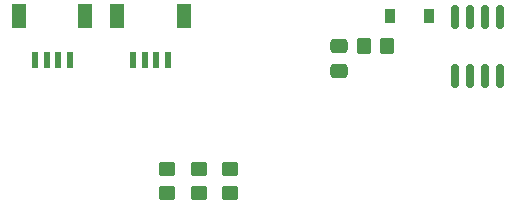
<source format=gbr>
%TF.GenerationSoftware,KiCad,Pcbnew,6.0.2+dfsg-1*%
%TF.CreationDate,2023-02-05T15:53:52-05:00*%
%TF.ProjectId,lin-master,6c696e2d-6d61-4737-9465-722e6b696361,1.0*%
%TF.SameCoordinates,Original*%
%TF.FileFunction,Paste,Top*%
%TF.FilePolarity,Positive*%
%FSLAX46Y46*%
G04 Gerber Fmt 4.6, Leading zero omitted, Abs format (unit mm)*
G04 Created by KiCad (PCBNEW 6.0.2+dfsg-1) date 2023-02-05 15:53:52*
%MOMM*%
%LPD*%
G01*
G04 APERTURE LIST*
G04 Aperture macros list*
%AMRoundRect*
0 Rectangle with rounded corners*
0 $1 Rounding radius*
0 $2 $3 $4 $5 $6 $7 $8 $9 X,Y pos of 4 corners*
0 Add a 4 corners polygon primitive as box body*
4,1,4,$2,$3,$4,$5,$6,$7,$8,$9,$2,$3,0*
0 Add four circle primitives for the rounded corners*
1,1,$1+$1,$2,$3*
1,1,$1+$1,$4,$5*
1,1,$1+$1,$6,$7*
1,1,$1+$1,$8,$9*
0 Add four rect primitives between the rounded corners*
20,1,$1+$1,$2,$3,$4,$5,0*
20,1,$1+$1,$4,$5,$6,$7,0*
20,1,$1+$1,$6,$7,$8,$9,0*
20,1,$1+$1,$8,$9,$2,$3,0*%
G04 Aperture macros list end*
%ADD10R,0.599440X1.348740*%
%ADD11R,1.198880X1.998980*%
%ADD12RoundRect,0.250000X0.450000X-0.350000X0.450000X0.350000X-0.450000X0.350000X-0.450000X-0.350000X0*%
%ADD13RoundRect,0.250000X-0.475000X0.337500X-0.475000X-0.337500X0.475000X-0.337500X0.475000X0.337500X0*%
%ADD14RoundRect,0.250000X0.350000X0.450000X-0.350000X0.450000X-0.350000X-0.450000X0.350000X-0.450000X0*%
%ADD15RoundRect,0.150000X0.150000X-0.825000X0.150000X0.825000X-0.150000X0.825000X-0.150000X-0.825000X0*%
%ADD16R,0.900000X1.200000*%
G04 APERTURE END LIST*
D10*
%TO.C,J2*%
X107498600Y-79600000D03*
X106497840Y-79600000D03*
X105502160Y-79600000D03*
X104501400Y-79600000D03*
D11*
X103200920Y-75927160D03*
X108799080Y-75927160D03*
%TD*%
D12*
%TO.C,R10*%
X115700000Y-88900000D03*
X115700000Y-90900000D03*
%TD*%
%TO.C,R9*%
X118400000Y-90900000D03*
X118400000Y-88900000D03*
%TD*%
%TO.C,R8*%
X121000000Y-90900000D03*
X121000000Y-88900000D03*
%TD*%
D10*
%TO.C,J3*%
X115803680Y-79618840D03*
X114802920Y-79618840D03*
X113807240Y-79618840D03*
X112806480Y-79618840D03*
D11*
X111506000Y-75946000D03*
X117104160Y-75946000D03*
%TD*%
D13*
%TO.C,C1*%
X130302000Y-78486000D03*
X130302000Y-80561000D03*
%TD*%
D14*
%TO.C,R7*%
X134366000Y-78486000D03*
X132366000Y-78486000D03*
%TD*%
D15*
%TO.C,U2*%
X140081000Y-80961000D03*
X141351000Y-80961000D03*
X142621000Y-80961000D03*
X143891000Y-80961000D03*
X143891000Y-76011000D03*
X142621000Y-76011000D03*
X141351000Y-76011000D03*
X140081000Y-76011000D03*
%TD*%
D16*
%TO.C,D1*%
X134620000Y-75946000D03*
X137920000Y-75946000D03*
%TD*%
M02*

</source>
